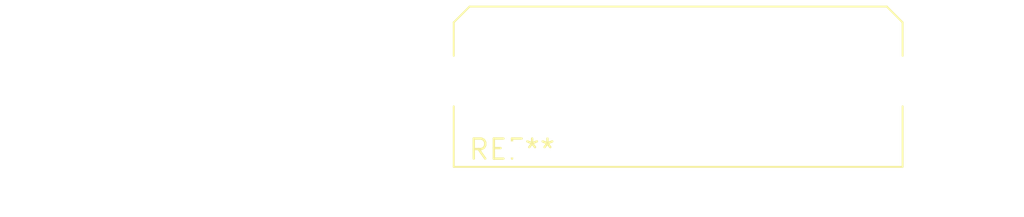
<source format=kicad_pcb>
(kicad_pcb (version 20240108) (generator pcbnew)
  (layers (0 "F.Cu" signal) (31 "B.Cu" signal) (34 "B.Paste" user) (35 "F.Paste" user) (36 "B.SilkS" user "B.Silkscreen") (37 "F.SilkS" user "F.Silkscreen") (38 "B.Mask" user) (39 "F.Mask" user) (44 "Edge.Cuts" user))
  (net 0 "")
  (footprint "Molex_Micro-Fit_3.0_43045-1621_2x08-1MP_P3.00mm_Horizontal" (layer "F.Cu") (at 0 0)
    (property "Reference" "REF**")
    (property "Value" "Molex_Micro-Fit_3.0_43045-1621_2x08-1MP_P3.00mm_Horizontal")
    (fp_line (start -3.685 -8.03) (end -2.685 -9.03) (layer "F.SilkS") (stroke (width 0.12)))
    (fp_line (start -3.685 -5.915) (end -3.685 -8.03) (layer "F.SilkS") (stroke (width 0.12)))
    (fp_line (start -3.685 -2.725) (end -3.685 1.1) (layer "F.SilkS") (stroke (width 0.12)))
    (fp_line (start -3.685 1.1) (end 24.685 1.1) (layer "F.SilkS") (stroke (width 0.12)))
    (fp_line (start -2.685 -9.03) (end 23.685 -9.03) (layer "F.SilkS") (stroke (width 0.12)))
    (fp_line (start 23.685 -9.03) (end 24.685 -8.03) (layer "F.SilkS") (stroke (width 0.12)))
    (fp_line (start 24.685 -8.03) (end 24.685 -5.915) (layer "F.SilkS") (stroke (width 0.12)))
    (fp_line (start 24.685 1.1) (end 24.685 -2.725) (layer "F.SilkS") (stroke (width 0.12)))
    (pad "1" thru_hole roundrect (at 0 0) (size 1.5 1.5) (drill 1.02) (layers *.Cu *.Mask) (remove_unused_layers) (roundrect_rratio 0.166667))
    (pad "2" thru_hole circle (at 3 0) (size 1.5 1.5) (drill 1.02) (layers *.Cu *.Mask) (remove_unused_layers))
    (pad "3" thru_hole circle (at 6 0) (size 1.5 1.5) (drill 1.02) (layers *.Cu *.Mask) (remove_unused_layers))
    (pad "4" thru_hole circle (at 9 0) (size 1.5 1.5) (drill 1.02) (layers *.Cu *.Mask) (remove_unused_layers))
    (pad "5" thru_hole circle (at 12 0) (size 1.5 1.5) (drill 1.02) (layers *.Cu *.Mask) (remove_unused_layers))
    (pad "6" thru_hole circle (at 15 0) (size 1.5 1.5) (drill 1.02) (layers *.Cu *.Mask) (remove_unused_layers))
    (pad "7" thru_hole circle (at 18 0) (size 1.5 1.5) (drill 1.02) (layers *.Cu *.Mask) (remove_unused_layers))
    (pad "8" thru_hole circle (at 21 0) (size 1.5 1.5) (drill 1.02) (layers *.Cu *.Mask) (remove_unused_layers))
    (pad "9" thru_hole circle (at 0 3) (size 1.5 1.5) (drill 1.02) (layers *.Cu *.Mask) (remove_unused_layers))
    (pad "10" thru_hole circle (at 3 3) (size 1.5 1.5) (drill 1.02) (layers *.Cu *.Mask) (remove_unused_layers))
    (pad "11" thru_hole circle (at 6 3) (size 1.5 1.5) (drill 1.02) (layers *.Cu *.Mask) (remove_unused_layers))
    (pad "12" thru_hole circle (at 9 3) (size 1.5 1.5) (drill 1.02) (layers *.Cu *.Mask) (remove_unused_layers))
    (pad "13" thru_hole circle (at 12 3) (size 1.5 1.5) (drill 1.02) (layers *.Cu *.Mask) (remove_unused_layers))
    (pad "14" thru_hole circle (at 15 3) (size 1.5 1.5) (drill 1.02) (layers *.Cu *.Mask) (remove_unused_layers))
    (pad "15" thru_hole circle (at 18 3) (size 1.5 1.5) (drill 1.02) (layers *.Cu *.Mask) (remove_unused_layers))
    (pad "16" thru_hole circle (at 21 3) (size 1.5 1.5) (drill 1.02) (layers *.Cu *.Mask) (remove_unused_layers))
    (pad "MP" thru_hole circle (at -2.15 -4.32) (size 3.41 3.41) (drill 2.41) (layers *.Cu *.Mask) (remove_unused_layers))
    (pad "MP" thru_hole circle (at 23.15 -4.32) (size 3.41 3.41) (drill 2.41) (layers *.Cu *.Mask) (remove_unused_layers))
  )
)
</source>
